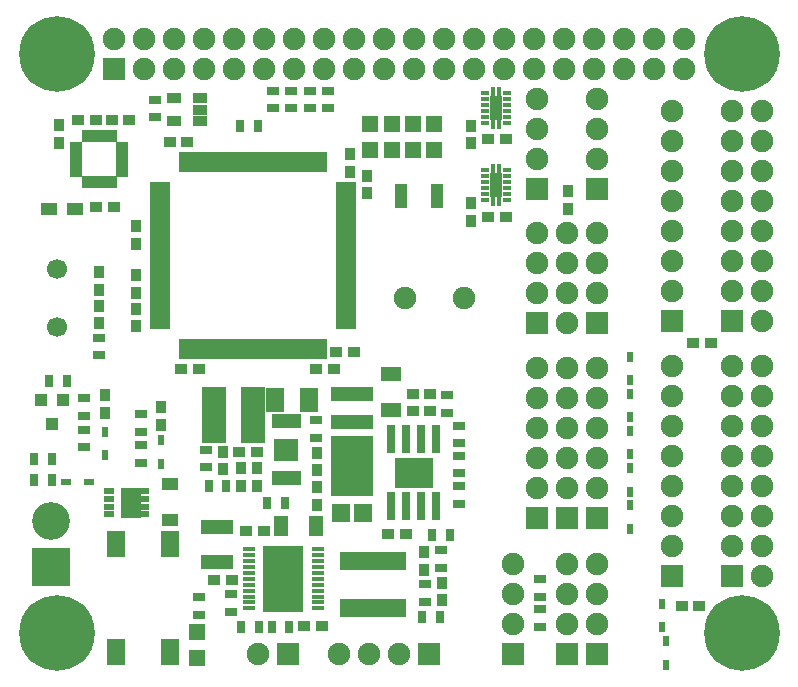
<source format=gts>
G04 #@! TF.GenerationSoftware,KiCad,Pcbnew,no-vcs-found-0633d90~59~ubuntu16.04.1*
G04 #@! TF.CreationDate,2017-07-19T10:43:00+02:00*
G04 #@! TF.ProjectId,Hedgehog,4865646765686F672E6B696361645F70,1.0*
G04 #@! TF.SameCoordinates,PX7270e00PY47868c0
G04 #@! TF.FileFunction,Soldermask,Top*
G04 #@! TF.FilePolarity,Negative*
%FSLAX46Y46*%
G04 Gerber Fmt 4.6, Leading zero omitted, Abs format (unit mm)*
G04 Created by KiCad (PCBNEW no-vcs-found-0633d90~59~ubuntu16.04.1) date Wed Jul 19 10:43:00 2017*
%MOMM*%
%LPD*%
G01*
G04 APERTURE LIST*
%ADD10C,1.700000*%
%ADD11R,0.950000X1.000000*%
%ADD12R,1.000000X0.950000*%
%ADD13R,3.560000X5.060000*%
%ADD14R,1.590000X1.600000*%
%ADD15R,3.600000X1.180000*%
%ADD16R,2.100000X1.930000*%
%ADD17R,0.500000X1.220000*%
%ADD18R,3.200000X3.200000*%
%ADD19C,3.200000*%
%ADD20R,1.400000X1.400000*%
%ADD21R,1.100000X0.700000*%
%ADD22C,1.900000*%
%ADD23R,1.900000X1.900000*%
%ADD24O,1.900000X1.900000*%
%ADD25R,1.200000X1.800000*%
%ADD26R,1.800000X1.200000*%
%ADD27R,2.700000X1.200000*%
%ADD28R,0.500000X1.050000*%
%ADD29R,1.050000X0.500000*%
%ADD30R,1.000000X0.500000*%
%ADD31R,1.400000X1.100000*%
%ADD32R,0.700000X1.100000*%
%ADD33R,1.000000X1.100000*%
%ADD34R,1.260000X0.850000*%
%ADD35R,0.900000X0.620000*%
%ADD36R,1.750000X2.570000*%
%ADD37R,0.700000X2.400000*%
%ADD38R,3.300000X2.600000*%
%ADD39C,0.700000*%
%ADD40R,1.700000X0.480000*%
%ADD41R,0.480000X1.700000*%
%ADD42R,0.990000X0.420000*%
%ADD43R,3.380000X5.620000*%
%ADD44C,0.600000*%
%ADD45R,1.400000X1.050000*%
%ADD46R,1.600000X2.300000*%
%ADD47R,2.000000X4.700000*%
%ADD48R,1.540000X2.000000*%
%ADD49R,0.910000X0.603000*%
%ADD50R,0.603000X0.910000*%
%ADD51R,0.390000X0.840000*%
%ADD52R,1.040000X2.140000*%
%ADD53R,0.640000X0.420000*%
%ADD54R,5.700000X1.630000*%
%ADD55C,6.400000*%
%ADD56C,2.950000*%
G04 APERTURE END LIST*
D10*
X3550000Y-22200000D03*
X3550000Y-27080000D03*
D11*
X12300000Y-33900000D03*
X12300000Y-35400000D03*
X7550000Y-32900000D03*
X7550000Y-34400000D03*
D12*
X25950000Y-52450000D03*
X24450000Y-52450000D03*
D11*
X36100000Y-50250000D03*
X36100000Y-48750000D03*
X34600000Y-46150000D03*
X34600000Y-47650000D03*
D12*
X18950000Y-37650000D03*
X20450000Y-37650000D03*
D11*
X25520000Y-40650000D03*
X25520000Y-42150000D03*
D13*
X28470000Y-38850000D03*
D14*
X27550000Y-42832000D03*
X29390000Y-42830000D03*
D15*
X28500000Y-35185000D03*
X28500000Y-32815000D03*
D16*
X22937500Y-37500000D03*
D17*
X21937500Y-35100000D03*
X22437500Y-35100000D03*
X22937500Y-35100000D03*
X23437500Y-35100000D03*
X23937500Y-35100000D03*
X23937500Y-39900000D03*
X23437500Y-39900000D03*
X22937500Y-39900000D03*
X22437500Y-39900000D03*
X21937500Y-39900000D03*
D18*
X3000000Y-47450000D03*
D19*
X3000000Y-43490000D03*
D20*
X15350000Y-55150000D03*
X15350000Y-52950000D03*
D21*
X15500000Y-51450000D03*
X15500000Y-49950000D03*
D22*
X32950000Y-24650000D03*
X37950000Y-24650000D03*
D11*
X10200000Y-27050000D03*
X10200000Y-25550000D03*
X3650000Y-11500000D03*
X3650000Y-10000000D03*
D23*
X44170000Y-15400000D03*
D24*
X44170000Y-12860000D03*
X44170000Y-10320000D03*
X44170000Y-7780000D03*
X49250000Y-7780000D03*
X49250000Y-10320000D03*
X49250000Y-12860000D03*
D23*
X49250000Y-15400000D03*
D11*
X38550000Y-16600000D03*
X38550000Y-18100000D03*
X38550000Y-11550000D03*
X38550000Y-10050000D03*
X28300000Y-13950000D03*
X28300000Y-12450000D03*
D12*
X14550000Y-11400000D03*
X13050000Y-11400000D03*
X18350000Y-48500000D03*
X16850000Y-48500000D03*
X21000000Y-44400000D03*
X19500000Y-44400000D03*
D11*
X17550000Y-39150000D03*
X17550000Y-37650000D03*
D12*
X33070000Y-44650000D03*
X31570000Y-44650000D03*
X33620000Y-32800000D03*
X35120000Y-32800000D03*
X35120000Y-34200000D03*
X33620000Y-34200000D03*
D11*
X25520000Y-39250000D03*
X25520000Y-37750000D03*
X19070000Y-40550000D03*
X19070000Y-39050000D03*
X20450000Y-39050000D03*
X20450000Y-40550000D03*
X46750000Y-15600000D03*
X46750000Y-17100000D03*
D12*
X8350000Y-16950000D03*
X6850000Y-16950000D03*
D11*
X10200000Y-18550000D03*
X10200000Y-20050000D03*
X10200000Y-22700000D03*
X10200000Y-24200000D03*
D12*
X56400000Y-50700000D03*
X57900000Y-50700000D03*
X40000000Y-11200000D03*
X41500000Y-11200000D03*
X41500000Y-17750000D03*
X40000000Y-17750000D03*
X6800000Y-9550000D03*
X5300000Y-9550000D03*
X9650000Y-9550000D03*
X8150000Y-9550000D03*
D11*
X29750000Y-15800000D03*
X29750000Y-14300000D03*
D12*
X26950000Y-30650000D03*
X25450000Y-30650000D03*
D11*
X7100000Y-23950000D03*
X7100000Y-22450000D03*
X7100000Y-26800000D03*
X7100000Y-25300000D03*
D12*
X27150000Y-29250000D03*
X28650000Y-29250000D03*
X57400000Y-28500000D03*
X58900000Y-28500000D03*
X15500000Y-30700000D03*
X14000000Y-30700000D03*
D25*
X22450000Y-43950000D03*
X25450000Y-43950000D03*
D26*
X31820000Y-34100000D03*
X31820000Y-31100000D03*
D27*
X17050000Y-44000000D03*
X17050000Y-47000000D03*
D28*
X8351191Y-14867500D03*
X7851191Y-14867500D03*
X7351191Y-14867500D03*
X6851191Y-14867500D03*
X6351191Y-14867500D03*
X5851191Y-14867500D03*
D29*
X5151191Y-14167500D03*
X5151191Y-13667500D03*
X5151191Y-13167500D03*
X5151191Y-12667500D03*
X5151191Y-12167500D03*
X5151191Y-11667500D03*
D28*
X5851191Y-10967500D03*
X6351191Y-10967500D03*
X6851191Y-10967500D03*
X7351191Y-10967500D03*
X7851191Y-10967500D03*
X8351191Y-10967500D03*
D29*
X9051191Y-11667500D03*
X9051191Y-12167500D03*
X9051191Y-12667500D03*
X9051191Y-13167500D03*
X9051191Y-13667500D03*
X9051191Y-14167500D03*
D30*
X35700000Y-15250000D03*
X35700000Y-15750000D03*
X35700000Y-16250000D03*
X35700000Y-16750000D03*
X32600000Y-16750000D03*
X32600000Y-16250000D03*
X32600000Y-15750000D03*
X32600000Y-15250000D03*
D31*
X5050000Y-17100000D03*
X2850000Y-17100000D03*
D20*
X35450000Y-9900000D03*
X35450000Y-12100000D03*
X33650000Y-12100000D03*
X33650000Y-9900000D03*
X31850000Y-9900000D03*
X31850000Y-12100000D03*
X30050000Y-12100000D03*
X30050000Y-9900000D03*
D24*
X44170000Y-19180000D03*
X44170000Y-21720000D03*
X44170000Y-24260000D03*
D23*
X44170000Y-26800000D03*
D24*
X46710000Y-19180000D03*
X49250000Y-19180000D03*
X46710000Y-21720000D03*
X49250000Y-21720000D03*
X46710000Y-24260000D03*
X49250000Y-24260000D03*
X46710000Y-26800000D03*
D23*
X49250000Y-26800000D03*
D21*
X36570000Y-34350000D03*
X36570000Y-32850000D03*
X37520000Y-40600000D03*
X37520000Y-42100000D03*
X37520000Y-35450000D03*
X37520000Y-36950000D03*
D32*
X22800000Y-42000000D03*
X21300000Y-42000000D03*
X23200000Y-52500000D03*
X21700000Y-52500000D03*
D21*
X5800000Y-35800000D03*
X5800000Y-37300000D03*
X10600000Y-36000000D03*
X10600000Y-34500000D03*
X10600000Y-37100000D03*
X10600000Y-38600000D03*
D32*
X3100000Y-38250000D03*
X1600000Y-38250000D03*
X3100000Y-40050000D03*
X1600000Y-40050000D03*
D21*
X37520000Y-38000000D03*
X37520000Y-39500000D03*
X24900000Y-8600000D03*
X24900000Y-7100000D03*
X26450000Y-7100000D03*
X26450000Y-8600000D03*
X23350000Y-8600000D03*
X23350000Y-7100000D03*
D32*
X36800000Y-44700000D03*
X35300000Y-44700000D03*
X2850000Y-31650000D03*
X4350000Y-31650000D03*
D21*
X16120000Y-37500000D03*
X16120000Y-39000000D03*
D32*
X20500000Y-10050000D03*
X19000000Y-10050000D03*
D21*
X11850000Y-9350000D03*
X11850000Y-7850000D03*
X7100000Y-28000000D03*
X7100000Y-29500000D03*
X44400000Y-49950000D03*
X44400000Y-48450000D03*
X44400000Y-51000000D03*
X44400000Y-52500000D03*
D32*
X17850000Y-40600000D03*
X16350000Y-40600000D03*
D21*
X25470000Y-35000000D03*
X25470000Y-36500000D03*
X5800000Y-33100000D03*
X5800000Y-34600000D03*
X21800000Y-7100000D03*
X21800000Y-8600000D03*
D32*
X20600000Y-52500000D03*
X19100000Y-52500000D03*
X35950000Y-51700000D03*
X34450000Y-51700000D03*
D21*
X34650000Y-50400000D03*
X34650000Y-48900000D03*
X36050000Y-46000000D03*
X36050000Y-47500000D03*
X18250000Y-51250000D03*
X18250000Y-49750000D03*
D24*
X20550000Y-54750000D03*
D23*
X23090000Y-54750000D03*
X42100000Y-54750000D03*
D24*
X42100000Y-52210000D03*
X42100000Y-49670000D03*
X42100000Y-47130000D03*
X46710000Y-47130000D03*
X46710000Y-49670000D03*
X46710000Y-52210000D03*
D23*
X46710000Y-54750000D03*
X35000000Y-54750000D03*
D24*
X32460000Y-54750000D03*
X29920000Y-54750000D03*
X27380000Y-54750000D03*
X49250000Y-47130000D03*
X49250000Y-49670000D03*
X49250000Y-52210000D03*
D23*
X49250000Y-54750000D03*
D24*
X44170000Y-30600000D03*
X44170000Y-33140000D03*
X44170000Y-35680000D03*
X44170000Y-38220000D03*
X44170000Y-40760000D03*
D23*
X44170000Y-43300000D03*
X46710000Y-43300000D03*
D24*
X46710000Y-40760000D03*
X46710000Y-38220000D03*
X46710000Y-35680000D03*
X46710000Y-33140000D03*
X46710000Y-30600000D03*
X49250000Y-30600000D03*
X49250000Y-33140000D03*
X49250000Y-35680000D03*
X49250000Y-38220000D03*
X49250000Y-40760000D03*
D23*
X49250000Y-43300000D03*
X55620000Y-48170000D03*
D24*
X55620000Y-45630000D03*
X55620000Y-43090000D03*
X55620000Y-40550000D03*
X55620000Y-38010000D03*
X55620000Y-35470000D03*
X55620000Y-32930000D03*
X55620000Y-30390000D03*
X55620000Y-8820000D03*
X55620000Y-11360000D03*
X55620000Y-13900000D03*
X55620000Y-16440000D03*
X55620000Y-18980000D03*
X55620000Y-21520000D03*
X55620000Y-24060000D03*
D23*
X55620000Y-26600000D03*
X60700000Y-26600000D03*
D24*
X63240000Y-26600000D03*
X60700000Y-24060000D03*
X63240000Y-24060000D03*
X60700000Y-21520000D03*
X63240000Y-21520000D03*
X60700000Y-18980000D03*
X63240000Y-18980000D03*
X60700000Y-16440000D03*
X63240000Y-16440000D03*
X60700000Y-13900000D03*
X63240000Y-13900000D03*
X60700000Y-11360000D03*
X63240000Y-11360000D03*
X60700000Y-8820000D03*
X63240000Y-8820000D03*
X63240000Y-30390000D03*
X60700000Y-30390000D03*
X63240000Y-32930000D03*
X60700000Y-32930000D03*
X63240000Y-35470000D03*
X60700000Y-35470000D03*
X63240000Y-38010000D03*
X60700000Y-38010000D03*
X63240000Y-40550000D03*
X60700000Y-40550000D03*
X63240000Y-43090000D03*
X60700000Y-43090000D03*
X63240000Y-45630000D03*
X60700000Y-45630000D03*
X63240000Y-48170000D03*
D23*
X60700000Y-48170000D03*
D24*
X56630000Y-2730000D03*
X56630000Y-5270000D03*
X54090000Y-2730000D03*
X54090000Y-5270000D03*
X51550000Y-2730000D03*
X51550000Y-5270000D03*
X49010000Y-2730000D03*
X49010000Y-5270000D03*
X46470000Y-2730000D03*
X46470000Y-5270000D03*
X43930000Y-2730000D03*
X43930000Y-5270000D03*
X41390000Y-2730000D03*
X41390000Y-5270000D03*
X38850000Y-2730000D03*
X38850000Y-5270000D03*
X36310000Y-2730000D03*
X36310000Y-5270000D03*
X33770000Y-2730000D03*
X33770000Y-5270000D03*
X31230000Y-2730000D03*
X31230000Y-5270000D03*
X28690000Y-2730000D03*
X28690000Y-5270000D03*
X26150000Y-2730000D03*
X26150000Y-5270000D03*
X23610000Y-2730000D03*
X23610000Y-5270000D03*
X21070000Y-2730000D03*
X21070000Y-5270000D03*
X18530000Y-2730000D03*
X18530000Y-5270000D03*
X15990000Y-2730000D03*
X15990000Y-5270000D03*
X13450000Y-2730000D03*
X13450000Y-5270000D03*
X10910000Y-2730000D03*
X10910000Y-5270000D03*
X8370000Y-2730000D03*
D23*
X8370000Y-5270000D03*
D33*
X3100000Y-35300000D03*
X2150000Y-33300000D03*
X4050000Y-33300000D03*
D34*
X13450000Y-9650000D03*
X13450000Y-7750000D03*
X15650000Y-7750000D03*
X15650000Y-8700000D03*
X15650000Y-9650000D03*
D35*
X7900000Y-41025000D03*
X10900000Y-41025000D03*
X7900000Y-41675000D03*
X7900000Y-42325000D03*
X7900000Y-42975000D03*
X10900000Y-41675000D03*
X10900000Y-42325000D03*
X10900000Y-42975000D03*
D36*
X9775000Y-42000000D03*
D37*
X31832500Y-42300001D03*
X33102500Y-42300001D03*
X34372500Y-42300001D03*
X35642500Y-42300001D03*
X35642500Y-36550001D03*
X34372500Y-36550001D03*
X33102500Y-36550001D03*
X31832500Y-36550001D03*
D38*
X33737500Y-39425001D03*
D39*
X35037500Y-38775001D03*
X35037500Y-40075001D03*
X33737500Y-40075001D03*
X33737500Y-38775001D03*
X32437500Y-38775001D03*
X32437500Y-40075001D03*
D40*
X12200000Y-15050000D03*
X12200000Y-15550000D03*
X12200000Y-16050000D03*
X12200000Y-16550000D03*
X12200000Y-17050000D03*
X12200000Y-17550000D03*
X12200000Y-18050000D03*
X12200000Y-18550000D03*
X12200000Y-19050000D03*
X12200000Y-19550000D03*
X12200000Y-20050000D03*
X12200000Y-20550000D03*
X12200000Y-21050000D03*
X12200000Y-21550000D03*
X12200000Y-22050000D03*
X12200000Y-22550000D03*
X12200000Y-23050000D03*
X12200000Y-23550000D03*
X12200000Y-24050000D03*
X12200000Y-24550000D03*
X12200000Y-25050000D03*
X12200000Y-25550000D03*
X12200000Y-26050000D03*
X12200000Y-26550000D03*
X12200000Y-27050000D03*
D41*
X14100000Y-28950000D03*
X14600000Y-28950000D03*
X15100000Y-28950000D03*
X15600000Y-28950000D03*
X16100000Y-28950000D03*
X16600000Y-28950000D03*
X17100000Y-28950000D03*
X17600000Y-28950000D03*
X18100000Y-28950000D03*
X18600000Y-28950000D03*
X19100000Y-28950000D03*
X19600000Y-28950000D03*
X20100000Y-28950000D03*
X20600000Y-28950000D03*
X21100000Y-28950000D03*
X21600000Y-28950000D03*
X22100000Y-28950000D03*
X22600000Y-28950000D03*
X23100000Y-28950000D03*
X23600000Y-28950000D03*
X24100000Y-28950000D03*
X24600000Y-28950000D03*
X25100000Y-28950000D03*
X25600000Y-28950000D03*
X26100000Y-28950000D03*
D40*
X28000000Y-27050000D03*
X28000000Y-26550000D03*
X28000000Y-26050000D03*
X28000000Y-25550000D03*
X28000000Y-25050000D03*
X28000000Y-24550000D03*
X28000000Y-24050000D03*
X28000000Y-23550000D03*
X28000000Y-23050000D03*
X28000000Y-22550000D03*
X28000000Y-22050000D03*
X28000000Y-21550000D03*
X28000000Y-21050000D03*
X28000000Y-20550000D03*
X28000000Y-20050000D03*
X28000000Y-19550000D03*
X28000000Y-19050000D03*
X28000000Y-18550000D03*
X28000000Y-18050000D03*
X28000000Y-17550000D03*
X28000000Y-17050000D03*
X28000000Y-16550000D03*
X28000000Y-16050000D03*
X28000000Y-15550000D03*
X28000000Y-15050000D03*
D41*
X26100000Y-13150000D03*
X25600000Y-13150000D03*
X25100000Y-13150000D03*
X24600000Y-13150000D03*
X24100000Y-13150000D03*
X23600000Y-13150000D03*
X23100000Y-13150000D03*
X22600000Y-13150000D03*
X22100000Y-13150000D03*
X21600000Y-13150000D03*
X21100000Y-13150000D03*
X20600000Y-13150000D03*
X20100000Y-13150000D03*
X19600000Y-13150000D03*
X19100000Y-13150000D03*
X18600000Y-13150000D03*
X18100000Y-13150000D03*
X17600000Y-13150000D03*
X17100000Y-13150000D03*
X16600000Y-13150000D03*
X16100000Y-13150000D03*
X15600000Y-13150000D03*
X15100000Y-13150000D03*
X14600000Y-13150000D03*
X14100000Y-13150000D03*
D42*
X25580000Y-50930000D03*
X25580000Y-50430000D03*
X25580000Y-49930000D03*
X25580000Y-49430000D03*
X25580000Y-48930000D03*
X25580000Y-48430000D03*
X25580000Y-47930000D03*
X25580000Y-47430000D03*
X25580000Y-46930000D03*
X25580000Y-46430000D03*
X25580000Y-45930000D03*
X19780000Y-45930000D03*
X19780000Y-46430000D03*
X19780000Y-46930000D03*
X19780000Y-47430000D03*
X19780000Y-47930000D03*
X19780000Y-48430000D03*
X19780000Y-48930000D03*
X19780000Y-49430000D03*
X19780000Y-49930000D03*
X19780000Y-50430000D03*
X19780000Y-50930000D03*
D43*
X22680000Y-48430000D03*
D44*
X22680000Y-48430000D03*
X22680000Y-47680000D03*
X22680000Y-46930000D03*
X22680000Y-46180000D03*
X22680000Y-50680000D03*
X22680000Y-49930000D03*
X22680000Y-49180000D03*
X21930000Y-50680000D03*
X21930000Y-49930000D03*
X21930000Y-49180000D03*
X21930000Y-48430000D03*
X21930000Y-47680000D03*
X21930000Y-46930000D03*
X21930000Y-46180000D03*
X23430000Y-50680000D03*
X23430000Y-49930000D03*
X23430000Y-49180000D03*
X23430000Y-48430000D03*
X23430000Y-47680000D03*
X23430000Y-46930000D03*
X23430000Y-46180000D03*
D45*
X13050000Y-40425000D03*
X13050000Y-43475000D03*
D46*
X8550000Y-54600000D03*
X8550000Y-45500000D03*
X13050000Y-54600000D03*
X13050000Y-45500000D03*
D47*
X20120000Y-34550000D03*
X16820000Y-34550000D03*
D48*
X21990000Y-33300000D03*
X24850000Y-33300000D03*
D49*
X4255000Y-40200000D03*
X6245000Y-40200000D03*
D50*
X52000000Y-32755000D03*
X52000000Y-34745000D03*
X52000000Y-31595000D03*
X52000000Y-29605000D03*
X52000000Y-35905000D03*
X52000000Y-37895000D03*
X52000000Y-44195000D03*
X52000000Y-42205000D03*
X52000000Y-39055000D03*
X52000000Y-41045000D03*
X54750000Y-50555000D03*
X54750000Y-52545000D03*
X55050000Y-53705000D03*
X55050000Y-55695000D03*
X7550000Y-37945000D03*
X7550000Y-35955000D03*
X12300000Y-36705000D03*
X12300000Y-38695000D03*
D51*
X40450000Y-13750000D03*
X40950000Y-13750000D03*
X40950000Y-16450000D03*
X40450000Y-16450000D03*
D52*
X40700000Y-15100000D03*
D53*
X39750000Y-16350000D03*
X39750000Y-15850000D03*
X39750000Y-15350000D03*
X39750000Y-14850000D03*
X39750000Y-14350000D03*
X39750000Y-13850000D03*
X41650000Y-13850000D03*
X41650000Y-14350000D03*
X41650000Y-14850000D03*
X41650000Y-15350000D03*
X41650000Y-15850000D03*
X41650000Y-16350000D03*
X41650000Y-9800000D03*
X41650000Y-9300000D03*
X41650000Y-8800000D03*
X41650000Y-8300000D03*
X41650000Y-7800000D03*
X41650000Y-7300000D03*
X39750000Y-7300000D03*
X39750000Y-7800000D03*
X39750000Y-8300000D03*
X39750000Y-8800000D03*
X39750000Y-9300000D03*
X39750000Y-9800000D03*
D52*
X40700000Y-8550000D03*
D51*
X40450000Y-9900000D03*
X40950000Y-9900000D03*
X40950000Y-7200000D03*
X40450000Y-7200000D03*
D54*
X30250000Y-50920000D03*
X30250000Y-46880000D03*
D55*
X3500000Y-53000000D03*
D56*
X3500000Y-53000000D03*
X61500000Y-53000000D03*
D55*
X61500000Y-53000000D03*
X61500000Y-4000000D03*
D56*
X61500000Y-4000000D03*
X3500000Y-4000000D03*
D55*
X3500000Y-4000000D03*
M02*

</source>
